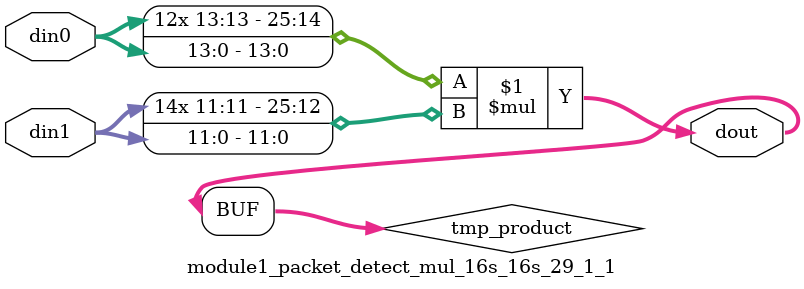
<source format=v>

`timescale 1 ns / 1 ps

 module module1_packet_detect_mul_16s_16s_29_1_1(din0, din1, dout);
parameter ID = 1;
parameter NUM_STAGE = 0;
parameter din0_WIDTH = 14;
parameter din1_WIDTH = 12;
parameter dout_WIDTH = 26;

input [din0_WIDTH - 1 : 0] din0; 
input [din1_WIDTH - 1 : 0] din1; 
output [dout_WIDTH - 1 : 0] dout;

wire signed [dout_WIDTH - 1 : 0] tmp_product;



























assign tmp_product = $signed(din0) * $signed(din1);








assign dout = tmp_product;





















endmodule

</source>
